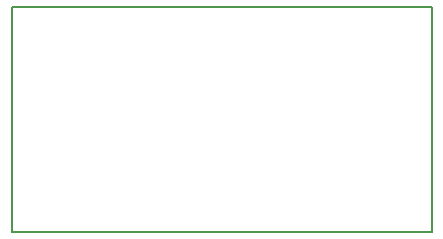
<source format=gbr>
G04 #@! TF.GenerationSoftware,KiCad,Pcbnew,(5.0.0)*
G04 #@! TF.CreationDate,2018-09-08T20:17:39+08:00*
G04 #@! TF.ProjectId,I2C-Extenion,4932432D457874656E696F6E2E6B6963,rev?*
G04 #@! TF.SameCoordinates,Original*
G04 #@! TF.FileFunction,Profile,NP*
%FSLAX46Y46*%
G04 Gerber Fmt 4.6, Leading zero omitted, Abs format (unit mm)*
G04 Created by KiCad (PCBNEW (5.0.0)) date 09/08/18 20:17:39*
%MOMM*%
%LPD*%
G01*
G04 APERTURE LIST*
%ADD10C,0.200000*%
G04 APERTURE END LIST*
D10*
X99060000Y-97790000D02*
X99060000Y-78740000D01*
X134620000Y-97790000D02*
X99060000Y-97790000D01*
X134620000Y-78740000D02*
X134620000Y-97790000D01*
X99060000Y-78740000D02*
X134620000Y-78740000D01*
M02*

</source>
